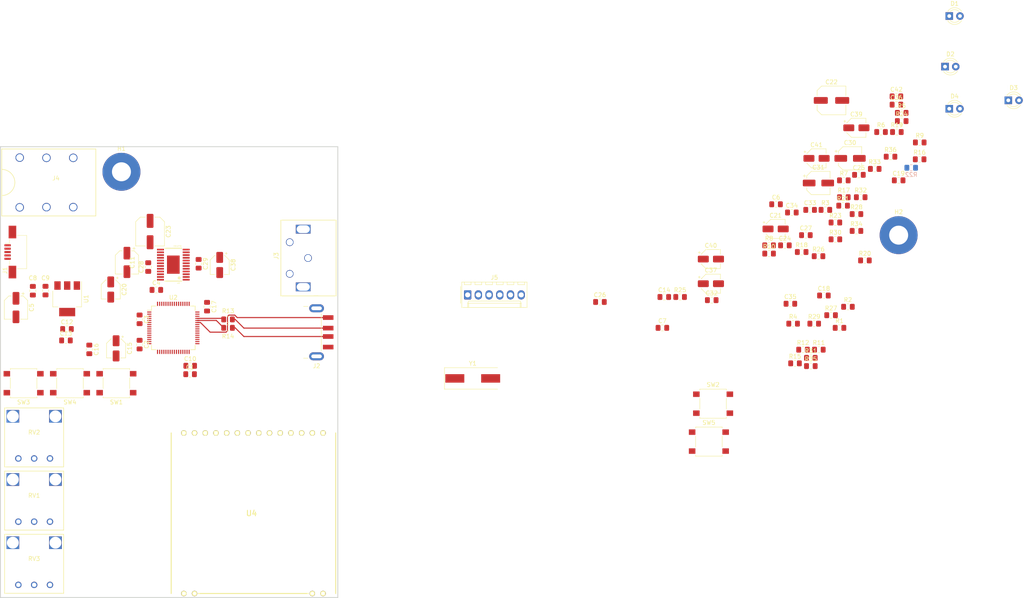
<source format=kicad_pcb>
(kicad_pcb (version 20171130) (host pcbnew "(5.0.2)-1")
  (layers (0 F.Cu signal) (31 B.Cu signal) (34 B.Paste user) (35 F.Paste user) (36 B.SilkS user) (37 F.SilkS user) (38 B.Mask user) (39 F.Mask user) (44 Edge.Cuts user))
  (net 0 "")
  (net 1 GNDD)
  (net 2 +3V3)
  (net 3 GNDA)
  (net 4 +5V)
  (net 5 "Net-(C6-Pad2)")
  (net 6 "Net-(C7-Pad2)")
  (net 7 "Net-(C10-Pad1)")
  (net 8 "Net-(C18-Pad1)")
  (net 9 /Button5)
  (net 10 /OUTR)
  (net 11 "Net-(C20-Pad2)")
  (net 12 "Net-(C21-Pad2)")
  (net 13 /OUTL)
  (net 14 "Net-(C22-Pad2)")
  (net 15 "Net-(C23-Pad1)")
  (net 16 /INR)
  (net 17 /INL)
  (net 18 "Net-(C30-Pad2)")
  (net 19 "Net-(C31-Pad2)")
  (net 20 "Net-(C32-Pad2)")
  (net 21 /Button4)
  (net 22 /Button1)
  (net 23 /Button2)
  (net 24 "Net-(C39-Pad2)")
  (net 25 "Net-(C39-Pad1)")
  (net 26 "Net-(C40-Pad1)")
  (net 27 "Net-(C40-Pad2)")
  (net 28 "Net-(C41-Pad1)")
  (net 29 /Button3)
  (net 30 "Net-(D1-Pad2)")
  (net 31 "Net-(D2-Pad2)")
  (net 32 "Net-(D3-Pad2)")
  (net 33 "Net-(D4-Pad2)")
  (net 34 "Net-(J1-Pad4)")
  (net 35 "Net-(J1-Pad3)")
  (net 36 "Net-(J1-Pad2)")
  (net 37 "Net-(J2-Pad2)")
  (net 38 "Net-(J2-Pad3)")
  (net 39 /USB_ID)
  (net 40 "Net-(J4-Pad2)")
  (net 41 "Net-(J4-Pad1)")
  (net 42 /SWO)
  (net 43 /NRST)
  (net 44 /SWDIO)
  (net 45 /SWCLK)
  (net 46 "Net-(R2-Pad1)")
  (net 47 GND)
  (net 48 "Net-(R3-Pad2)")
  (net 49 /USB_DM)
  (net 50 /USB_DP)
  (net 51 /CODEC_SPI_SCK)
  (net 52 /CODEC_SPI_MISO)
  (net 53 "Net-(R17-Pad2)")
  (net 54 /LED1)
  (net 55 /LED2)
  (net 56 /LED3)
  (net 57 /LED4)
  (net 58 "Net-(R22-Pad1)")
  (net 59 "Net-(R24-Pad1)")
  (net 60 "Net-(R26-Pad1)")
  (net 61 /I2S_SDOUT)
  (net 62 /SPI_MOSI)
  (net 63 /SPI_MISO)
  (net 64 "Net-(R33-Pad2)")
  (net 65 "Net-(R34-Pad1)")
  (net 66 /POT3)
  (net 67 /POT2)
  (net 68 /POT1)
  (net 69 "Net-(U2-Pad2)")
  (net 70 "Net-(U2-Pad3)")
  (net 71 "Net-(U2-Pad4)")
  (net 72 "Net-(U2-Pad11)")
  (net 73 "Net-(U2-Pad17)")
  (net 74 /CODEC_CS)
  (net 75 /CODEC_SPI_MOSI)
  (net 76 "Net-(U2-Pad24)")
  (net 77 "Net-(U2-Pad25)")
  (net 78 /I2S_LRCK)
  (net 79 /I2S_SCLK)
  (net 80 /I2S_SDIN)
  (net 81 /I2S_MCLK)
  (net 82 "Net-(U2-Pad38)")
  (net 83 "Net-(U2-Pad39)")
  (net 84 "Net-(U2-Pad40)")
  (net 85 "Net-(U2-Pad41)")
  (net 86 /LCD_CS)
  (net 87 /LCD_SPI_SCK)
  (net 88 /LCD_SPI_MISO)
  (net 89 /LCD_SPI_MOSI)
  (net 90 "Net-(U2-Pad54)")
  (net 91 "Net-(U2-Pad61)")
  (net 92 "Net-(U2-Pad62)")
  (net 93 "Net-(U4-Pad1)")
  (net 94 "Net-(U4-Pad2)")
  (net 95 "Net-(U4-Pad14)")
  (net 96 "Net-(U4-Pad13)")
  (net 97 /SPI_SCK)
  (net 98 "Net-(U3-Pad24)")
  (net 99 "Net-(U3-Pad21)")
  (module Capacitor_SMD:C_0805_2012Metric_Pad1.15x1.40mm_HandSolder (layer F.Cu) (at 155.975 109)
    (fp_text reference C1 (at 0 -1.65) (layer F.SilkS))
    (fp_text value 100n)
    (pad 2 smd roundrect (at 1.025 0) (size 1.15 1.4) (layers F.Cu F.Paste F.Mask) (roundrect_rratio 0.217391) (net 1 GNDD))
    (pad 1 smd roundrect (at -1.025 0) (size 1.15 1.4) (layers F.Cu F.Paste F.Mask) (roundrect_rratio 0.217391) (net 2 +3V3))
  )
  (module Capacitor_SMD:C_0805_2012Metric_Pad1.15x1.40mm_HandSolder (layer F.Cu) (at 144 101.975 270)
    (fp_text reference C2 (at 0 -1.65 270) (layer F.SilkS))
    (fp_text value 100n)
    (pad 1 smd roundrect (at -1.025 0 270) (size 1.15 1.4) (layers F.Cu F.Paste F.Mask) (roundrect_rratio 0.217391) (net 2 +3V3))
    (pad 2 smd roundrect (at 1.025 0 270) (size 1.15 1.4) (layers F.Cu F.Paste F.Mask) (roundrect_rratio 0.217391) (net 1 GNDD))
  )
  (module Capacitor_SMD:C_0805_2012Metric_Pad1.15x1.40mm_HandSolder (layer F.Cu) (at 144 95.975 270)
    (fp_text reference C3 (at 0 -1.65 270) (layer F.SilkS))
    (fp_text value 100n)
    (pad 2 smd roundrect (at 1.025 0 270) (size 1.15 1.4) (layers F.Cu F.Paste F.Mask) (roundrect_rratio 0.217391) (net 1 GNDD))
    (pad 1 smd roundrect (at -1.025 0 270) (size 1.15 1.4) (layers F.Cu F.Paste F.Mask) (roundrect_rratio 0.217391) (net 2 +3V3))
  )
  (module Capacitor_SMD:C_0805_2012Metric_Pad1.15x1.40mm_HandSolder (layer F.Cu) (at 147.975 89)
    (fp_text reference C4 (at 0 -1.65) (layer F.SilkS))
    (fp_text value 100n)
    (pad 1 smd roundrect (at -1.025 0) (size 1.15 1.4) (layers F.Cu F.Paste F.Mask) (roundrect_rratio 0.217391) (net 2 +3V3))
    (pad 2 smd roundrect (at 1.025 0) (size 1.15 1.4) (layers F.Cu F.Paste F.Mask) (roundrect_rratio 0.217391) (net 1 GNDD))
  )
  (module Capacitor_SMD:CP_Elec_5x5.9 (layer F.Cu) (at 114.69 93.19 270)
    (fp_text reference C5 (at 0 -3.7 270) (layer F.SilkS))
    (fp_text value 10u)
    (pad 2 smd roundrect (at 2.2 0 270) (size 3 1.6) (layers F.Cu F.Paste F.Mask) (roundrect_rratio 0.15625) (net 3 GNDA))
    (pad 1 smd roundrect (at -2.2 0 270) (size 3 1.6) (layers F.Cu F.Paste F.Mask) (roundrect_rratio 0.15625) (net 4 +5V))
  )
  (module Capacitor_SMD:C_0805_2012Metric_Pad1.15x1.40mm_HandSolder (layer F.Cu) (at 294.925001 68.675001)
    (fp_text reference C6 (at 0 -1.65) (layer F.SilkS))
    (fp_text value 18p)
    (pad 2 smd roundrect (at 1.025 0) (size 1.15 1.4) (layers F.Cu F.Paste F.Mask) (roundrect_rratio 0.217391) (net 5 "Net-(C6-Pad2)"))
    (pad 1 smd roundrect (at -1.025 0) (size 1.15 1.4) (layers F.Cu F.Paste F.Mask) (roundrect_rratio 0.217391) (net 3 GNDA))
  )
  (module Capacitor_SMD:C_0805_2012Metric_Pad1.15x1.40mm_HandSolder (layer F.Cu) (at 267.975 98)
    (fp_text reference C7 (at 0 -1.65) (layer F.SilkS))
    (fp_text value 18p)
    (pad 2 smd roundrect (at 1.025 0) (size 1.15 1.4) (layers F.Cu F.Paste F.Mask) (roundrect_rratio 0.217391) (net 6 "Net-(C7-Pad2)"))
    (pad 1 smd roundrect (at -1.025 0) (size 1.15 1.4) (layers F.Cu F.Paste F.Mask) (roundrect_rratio 0.217391) (net 3 GNDA))
  )
  (module Capacitor_SMD:C_0805_2012Metric_Pad1.15x1.40mm_HandSolder (layer F.Cu) (at 118.69 89.19 270)
    (fp_text reference C8 (at -3 0) (layer F.SilkS))
    (fp_text value 100n)
    (pad 2 smd roundrect (at 1.025 0 270) (size 1.15 1.4) (layers F.Cu F.Paste F.Mask) (roundrect_rratio 0.217391) (net 3 GNDA))
    (pad 1 smd roundrect (at -1.025 0 270) (size 1.15 1.4) (layers F.Cu F.Paste F.Mask) (roundrect_rratio 0.217391) (net 4 +5V))
  )
  (module Capacitor_SMD:C_0805_2012Metric_Pad1.15x1.40mm_HandSolder (layer F.Cu) (at 121.69 89.165 270)
    (fp_text reference C9 (at -2.975 0) (layer F.SilkS))
    (fp_text value 100n)
    (pad 1 smd roundrect (at -1.025 0 270) (size 1.15 1.4) (layers F.Cu F.Paste F.Mask) (roundrect_rratio 0.217391) (net 4 +5V))
    (pad 2 smd roundrect (at 1.025 0 270) (size 1.15 1.4) (layers F.Cu F.Paste F.Mask) (roundrect_rratio 0.217391) (net 3 GNDA))
  )
  (module Capacitor_SMD:C_0805_2012Metric_Pad1.15x1.40mm_HandSolder (layer F.Cu) (at 156 107)
    (fp_text reference C10 (at 0 -1.65) (layer F.SilkS))
    (fp_text value 100n)
    (pad 1 smd roundrect (at -1.025 0) (size 1.15 1.4) (layers F.Cu F.Paste F.Mask) (roundrect_rratio 0.217391) (net 7 "Net-(C10-Pad1)"))
    (pad 2 smd roundrect (at 1.025 0) (size 1.15 1.4) (layers F.Cu F.Paste F.Mask) (roundrect_rratio 0.217391) (net 1 GNDD))
  )
  (module Capacitor_SMD:CP_Elec_5x5.9 (layer F.Cu) (at 141 82.47 270)
    (fp_text reference C11 (at 0 -1.27 270) (layer F.SilkS))
    (fp_text value 10u)
    (pad 1 smd roundrect (at -2.2 0 270) (size 3 1.6) (layers F.Cu F.Paste F.Mask) (roundrect_rratio 0.15625) (net 2 +3V3))
    (pad 2 smd roundrect (at 2.2 0 270) (size 3 1.6) (layers F.Cu F.Paste F.Mask) (roundrect_rratio 0.15625) (net 3 GNDA))
  )
  (module Capacitor_SMD:C_0805_2012Metric_Pad1.15x1.40mm_HandSolder (layer F.Cu) (at 126.785 98.28)
    (fp_text reference C12 (at 0 -1.65) (layer F.SilkS))
    (fp_text value 100n)
    (pad 2 smd roundrect (at 1.025 0) (size 1.15 1.4) (layers F.Cu F.Paste F.Mask) (roundrect_rratio 0.217391) (net 3 GNDA))
    (pad 1 smd roundrect (at -1.025 0) (size 1.15 1.4) (layers F.Cu F.Paste F.Mask) (roundrect_rratio 0.217391) (net 2 +3V3))
  )
  (module Capacitor_SMD:C_0805_2012Metric_Pad1.15x1.40mm_HandSolder (layer F.Cu) (at 126.54 100.99)
    (fp_text reference C13 (at 0 -1.65) (layer F.SilkS))
    (fp_text value 100n)
    (pad 2 smd roundrect (at 1.025 0) (size 1.15 1.4) (layers F.Cu F.Paste F.Mask) (roundrect_rratio 0.217391) (net 3 GNDA))
    (pad 1 smd roundrect (at -1.025 0) (size 1.15 1.4) (layers F.Cu F.Paste F.Mask) (roundrect_rratio 0.217391) (net 2 +3V3))
  )
  (module Capacitor_SMD:C_0805_2012Metric_Pad1.15x1.40mm_HandSolder (layer F.Cu) (at 268.425001 90.675001)
    (fp_text reference C14 (at 0 -1.65) (layer F.SilkS))
    (fp_text value 100n)
    (pad 1 smd roundrect (at -1.025 0) (size 1.15 1.4) (layers F.Cu F.Paste F.Mask) (roundrect_rratio 0.217391) (net 2 +3V3))
    (pad 2 smd roundrect (at 1.025 0) (size 1.15 1.4) (layers F.Cu F.Paste F.Mask) (roundrect_rratio 0.217391) (net 1 GNDD))
  )
  (module Capacitor_SMD:C_0805_2012Metric_Pad1.15x1.40mm_HandSolder (layer F.Cu) (at 132.08 103.115 270)
    (fp_text reference C16 (at 0 -1.65 270) (layer F.SilkS))
    (fp_text value 100n)
    (pad 2 smd roundrect (at 1.025 0 270) (size 1.15 1.4) (layers F.Cu F.Paste F.Mask) (roundrect_rratio 0.217391) (net 3 GNDA))
    (pad 1 smd roundrect (at -1.025 0 270) (size 1.15 1.4) (layers F.Cu F.Paste F.Mask) (roundrect_rratio 0.217391) (net 2 +3V3))
  )
  (module Capacitor_SMD:C_0805_2012Metric_Pad1.15x1.40mm_HandSolder (layer F.Cu) (at 160 92.975 270)
    (fp_text reference C17 (at 0 -1.65 270) (layer F.SilkS))
    (fp_text value 4.7u)
    (pad 1 smd roundrect (at -1.025 0 270) (size 1.15 1.4) (layers F.Cu F.Paste F.Mask) (roundrect_rratio 0.217391) (net 2 +3V3))
    (pad 2 smd roundrect (at 1.025 0 270) (size 1.15 1.4) (layers F.Cu F.Paste F.Mask) (roundrect_rratio 0.217391) (net 1 GNDD))
  )
  (module Capacitor_SMD:C_0805_2012Metric_Pad1.15x1.40mm_HandSolder (layer F.Cu) (at 306.275001 90.325001)
    (fp_text reference C18 (at 0 -1.65) (layer F.SilkS))
    (fp_text value 2700p)
    (pad 1 smd roundrect (at -1.025 0) (size 1.15 1.4) (layers F.Cu F.Paste F.Mask) (roundrect_rratio 0.217391) (net 8 "Net-(C18-Pad1)"))
    (pad 2 smd roundrect (at 1.025 0) (size 1.15 1.4) (layers F.Cu F.Paste F.Mask) (roundrect_rratio 0.217391) (net 3 GNDA))
  )
  (module Capacitor_SMD:C_0805_2012Metric_Pad1.15x1.40mm_HandSolder (layer F.Cu) (at 324 63)
    (fp_text reference C19 (at 0 -1.65) (layer F.SilkS))
    (fp_text value 0.1u)
    (pad 2 smd roundrect (at 1.025 0) (size 1.15 1.4) (layers F.Cu F.Paste F.Mask) (roundrect_rratio 0.217391) (net 1 GNDD))
    (pad 1 smd roundrect (at -1.025 0) (size 1.15 1.4) (layers F.Cu F.Paste F.Mask) (roundrect_rratio 0.217391) (net 9 /Button5))
  )
  (module Capacitor_SMD:C_Elec_6.3x7.7 (layer F.Cu) (at 308.075001 44.025001)
    (fp_text reference C22 (at 0 -4.35) (layer F.SilkS))
    (fp_text value 47u)
    (pad 1 smd roundrect (at -2.5375 0) (size 3.325 1.6) (layers F.Cu F.Paste F.Mask) (roundrect_rratio 0.15625) (net 3 GNDA))
    (pad 2 smd roundrect (at 2.5375 0) (size 3.325 1.6) (layers F.Cu F.Paste F.Mask) (roundrect_rratio 0.15625) (net 14 "Net-(C22-Pad2)"))
  )
  (module Capacitor_SMD:C_Elec_6.3x7.7 (layer F.Cu) (at 146.49 75.15 270)
    (fp_text reference C23 (at 0 -4.35 270) (layer F.SilkS))
    (fp_text value 47u)
    (pad 2 smd roundrect (at 2.5375 0 270) (size 3.325 1.6) (layers F.Cu F.Paste F.Mask) (roundrect_rratio 0.15625) (net 3 GNDA))
    (pad 1 smd roundrect (at -2.5375 0 270) (size 3.325 1.6) (layers F.Cu F.Paste F.Mask) (roundrect_rratio 0.15625) (net 15 "Net-(C23-Pad1)"))
  )
  (module Capacitor_SMD:C_0805_2012Metric_Pad1.15x1.40mm_HandSolder (layer F.Cu) (at 297.025001 78.425001)
    (fp_text reference C24 (at 0 -1.65) (layer F.SilkS))
    (fp_text value 0.1u)
    (pad 2 smd roundrect (at 1.025 0) (size 1.15 1.4) (layers F.Cu F.Paste F.Mask) (roundrect_rratio 0.217391) (net 3 GNDA))
    (pad 1 smd roundrect (at -1.025 0) (size 1.15 1.4) (layers F.Cu F.Paste F.Mask) (roundrect_rratio 0.217391) (net 14 "Net-(C22-Pad2)"))
  )
  (module Capacitor_SMD:C_0805_2012Metric_Pad1.15x1.40mm_HandSolder (layer F.Cu) (at 314.575001 61.675001)
    (fp_text reference C25 (at 0 -1.65) (layer F.SilkS))
    (fp_text value 0.1u)
    (pad 2 smd roundrect (at 1.025 0) (size 1.15 1.4) (layers F.Cu F.Paste F.Mask) (roundrect_rratio 0.217391) (net 15 "Net-(C23-Pad1)"))
    (pad 1 smd roundrect (at -1.025 0) (size 1.15 1.4) (layers F.Cu F.Paste F.Mask) (roundrect_rratio 0.217391) (net 3 GNDA))
  )
  (module Capacitor_SMD:C_0805_2012Metric_Pad1.15x1.40mm_HandSolder (layer F.Cu) (at 253.165001 91.855001)
    (fp_text reference C26 (at 0 -1.65) (layer F.SilkS))
    (fp_text value 200p)
    (pad 1 smd roundrect (at -1.025 0) (size 1.15 1.4) (layers F.Cu F.Paste F.Mask) (roundrect_rratio 0.217391) (net 16 /INR))
    (pad 2 smd roundrect (at 1.025 0) (size 1.15 1.4) (layers F.Cu F.Paste F.Mask) (roundrect_rratio 0.217391) (net 3 GNDA))
  )
  (module Capacitor_SMD:C_0805_2012Metric_Pad1.15x1.40mm_HandSolder (layer F.Cu) (at 302 76)
    (fp_text reference C27 (at 0 -1.65) (layer F.SilkS))
    (fp_text value 200p)
    (pad 1 smd roundrect (at -1.025 0) (size 1.15 1.4) (layers F.Cu F.Paste F.Mask) (roundrect_rratio 0.217391) (net 17 /INL))
    (pad 2 smd roundrect (at 1.025 0) (size 1.15 1.4) (layers F.Cu F.Paste F.Mask) (roundrect_rratio 0.217391) (net 3 GNDA))
  )
  (module Capacitor_SMD:CP_Elec_5x5.9 (layer F.Cu) (at 312.475001 57.775001)
    (fp_text reference C30 (at 0 -3.7) (layer F.SilkS))
    (fp_text value 10u)
    (pad 1 smd roundrect (at -2.2 0) (size 3 1.6) (layers F.Cu F.Paste F.Mask) (roundrect_rratio 0.15625) (net 16 /INR))
    (pad 2 smd roundrect (at 2.2 0) (size 3 1.6) (layers F.Cu F.Paste F.Mask) (roundrect_rratio 0.15625) (net 18 "Net-(C30-Pad2)"))
  )
  (module Capacitor_SMD:CP_Elec_5x5.9 (layer F.Cu) (at 304.975001 63.625001)
    (fp_text reference C31 (at 0 -3.7) (layer F.SilkS))
    (fp_text value 10u)
    (pad 2 smd roundrect (at 2.2 0) (size 3 1.6) (layers F.Cu F.Paste F.Mask) (roundrect_rratio 0.15625) (net 19 "Net-(C31-Pad2)"))
    (pad 1 smd roundrect (at -2.2 0) (size 3 1.6) (layers F.Cu F.Paste F.Mask) (roundrect_rratio 0.15625) (net 17 /INL))
  )
  (module Capacitor_SMD:C_0805_2012Metric_Pad1.15x1.40mm_HandSolder (layer F.Cu) (at 279.675001 91.425001)
    (fp_text reference C32 (at 0 -1.65) (layer F.SilkS))
    (fp_text value 2700p)
    (pad 1 smd roundrect (at -1.025 0) (size 1.15 1.4) (layers F.Cu F.Paste F.Mask) (roundrect_rratio 0.217391) (net 3 GNDA))
    (pad 2 smd roundrect (at 1.025 0) (size 1.15 1.4) (layers F.Cu F.Paste F.Mask) (roundrect_rratio 0.217391) (net 20 "Net-(C32-Pad2)"))
  )
  (module Capacitor_SMD:C_0805_2012Metric_Pad1.15x1.40mm_HandSolder (layer F.Cu) (at 303 70)
    (fp_text reference C33 (at 0 -1.65) (layer F.SilkS))
    (fp_text value 0.1u)
    (pad 1 smd roundrect (at -1.025 0) (size 1.15 1.4) (layers F.Cu F.Paste F.Mask) (roundrect_rratio 0.217391) (net 21 /Button4))
    (pad 2 smd roundrect (at 1.025 0) (size 1.15 1.4) (layers F.Cu F.Paste F.Mask) (roundrect_rratio 0.217391) (net 1 GNDD))
  )
  (module Capacitor_SMD:C_0805_2012Metric_Pad1.15x1.40mm_HandSolder (layer F.Cu) (at 298.675001 70.625001)
    (fp_text reference C34 (at 0 -1.65) (layer F.SilkS))
    (fp_text value 0.1u)
    (pad 1 smd roundrect (at -1.025 0) (size 1.15 1.4) (layers F.Cu F.Paste F.Mask) (roundrect_rratio 0.217391) (net 2 +3V3))
    (pad 2 smd roundrect (at 1.025 0) (size 1.15 1.4) (layers F.Cu F.Paste F.Mask) (roundrect_rratio 0.217391) (net 1 GNDD))
  )
  (module Capacitor_SMD:C_0805_2012Metric_Pad1.15x1.40mm_HandSolder (layer F.Cu) (at 298.325001 92.275001)
    (fp_text reference C35 (at 0 -1.65) (layer F.SilkS))
    (fp_text value 0.1u)
    (pad 2 smd roundrect (at 1.025 0) (size 1.15 1.4) (layers F.Cu F.Paste F.Mask) (roundrect_rratio 0.217391) (net 1 GNDD))
    (pad 1 smd roundrect (at -1.025 0) (size 1.15 1.4) (layers F.Cu F.Paste F.Mask) (roundrect_rratio 0.217391) (net 22 /Button1))
  )
  (module Capacitor_SMD:C_0805_2012Metric_Pad1.15x1.40mm_HandSolder (layer F.Cu) (at 323.475001 45.025001)
    (fp_text reference C36 (at 0 -1.65) (layer F.SilkS))
    (fp_text value 0.1u)
    (pad 1 smd roundrect (at -1.025 0) (size 1.15 1.4) (layers F.Cu F.Paste F.Mask) (roundrect_rratio 0.217391) (net 23 /Button2))
    (pad 2 smd roundrect (at 1.025 0) (size 1.15 1.4) (layers F.Cu F.Paste F.Mask) (roundrect_rratio 0.217391) (net 1 GNDD))
  )
  (module Capacitor_SMD:C_0805_2012Metric_Pad1.15x1.40mm_HandSolder (layer F.Cu) (at 323.475001 43.075001)
    (fp_text reference C42 (at 0 -1.65) (layer F.SilkS))
    (fp_text value 0.1u)
    (pad 2 smd roundrect (at 1.025 0) (size 1.15 1.4) (layers F.Cu F.Paste F.Mask) (roundrect_rratio 0.217391) (net 1 GNDD))
    (pad 1 smd roundrect (at -1.025 0) (size 1.15 1.4) (layers F.Cu F.Paste F.Mask) (roundrect_rratio 0.217391) (net 29 /Button3))
  )
  (module LED_THT:LED_D3.0mm (layer F.Cu) (at 336 24)
    (fp_text reference D1 (at 1.27 -2.96) (layer F.SilkS))
    (fp_text value LED)
    (pad 2 thru_hole circle (at 2.54 0) (size 1.8 1.8) (drill 0.9) (layers *.Cu *.Mask) (net 30 "Net-(D1-Pad2)"))
    (pad 1 thru_hole rect (at 0 0) (size 1.8 1.8) (drill 0.9) (layers *.Cu *.Mask) (net 3 GNDA))
  )
  (module LED_THT:LED_D3.0mm (layer F.Cu) (at 335 36)
    (fp_text reference D2 (at 1.27 -2.96) (layer F.SilkS))
    (fp_text value LED)
    (pad 1 thru_hole rect (at 0 0) (size 1.8 1.8) (drill 0.9) (layers *.Cu *.Mask) (net 3 GNDA))
    (pad 2 thru_hole circle (at 2.54 0) (size 1.8 1.8) (drill 0.9) (layers *.Cu *.Mask) (net 31 "Net-(D2-Pad2)"))
  )
  (module LED_THT:LED_D3.0mm (layer F.Cu) (at 350 44)
    (fp_text reference D3 (at 1.27 -2.96) (layer F.SilkS))
    (fp_text value LED)
    (pad 2 thru_hole circle (at 2.54 0) (size 1.8 1.8) (drill 0.9) (layers *.Cu *.Mask) (net 32 "Net-(D3-Pad2)"))
    (pad 1 thru_hole rect (at 0 0) (size 1.8 1.8) (drill 0.9) (layers *.Cu *.Mask) (net 3 GNDA))
  )
  (module LED_THT:LED_D3.0mm (layer F.Cu) (at 336 46)
    (fp_text reference D4 (at 1.27 -2.96) (layer F.SilkS))
    (fp_text value LED)
    (pad 1 thru_hole rect (at 0 0) (size 1.8 1.8) (drill 0.9) (layers *.Cu *.Mask) (net 3 GNDA))
    (pad 2 thru_hole circle (at 2.54 0) (size 1.8 1.8) (drill 0.9) (layers *.Cu *.Mask) (net 33 "Net-(D4-Pad2)"))
  )
  (module MountingHole:MountingHole_4.5mm_Pad (layer F.Cu) (at 139.7 60.96)
    (fp_text reference H1 (at 0 -5.5) (layer F.SilkS))
    (fp_text value MountingHole_Pad)
    (pad 1 thru_hole circle (at 0 0) (size 9 9) (drill 4.5) (layers *.Cu *.Mask) (net 4 +5V))
  )
  (module MountingHole:MountingHole_4.5mm_Pad (layer F.Cu) (at 324 76)
    (fp_text reference H2 (at 0 -5.5) (layer F.SilkS))
    (fp_text value MountingHole_Pad)
    (pad 1 thru_hole circle (at 0 0) (size 9 9) (drill 4.5) (layers *.Cu *.Mask) (net 1 GNDD))
  )
  (module Connector_USB:USB_Mini-B_AdamTech_MUSB-B5-S-VT-TSMT-1_SMD_Vertical (layer F.Cu) (at 114.3 80.01)
    (fp_text reference J1 (at -2.18 4.39 90) (layer F.SilkS))
    (fp_text value USB_OTG)
    (pad "" np_thru_hole circle (at 1.85 3 90) (size 1 1) (drill 1) (layers *.Cu *.Mask))
    (pad "" np_thru_hole circle (at 1.85 -3 90) (size 1 1) (drill 1) (layers *.Cu *.Mask))
    (pad 5 smd rect (at -1.6 1.6 90) (size 0.5 1.5) (layers F.Cu F.Paste F.Mask) (net 3 GNDA))
    (pad 4 smd rect (at -1.6 0.8 90) (size 0.5 1.5) (layers F.Cu F.Paste F.Mask) (net 34 "Net-(J1-Pad4)"))
    (pad 3 smd rect (at -1.6 0 90) (size 0.5 1.5) (layers F.Cu F.Paste F.Mask) (net 35 "Net-(J1-Pad3)"))
    (pad 2 smd rect (at -1.6 -0.8 90) (size 0.5 1.5) (layers F.Cu F.Paste F.Mask) (net 36 "Net-(J1-Pad2)"))
    (pad 1 smd rect (at -1.6 -1.6 90) (size 0.5 1.5) (layers F.Cu F.Paste F.Mask) (net 4 +5V))
    (pad 6 smd rect (at -0.45 4.75 90) (size 3 1.8) (layers F.Cu F.Paste F.Mask) (net 3 GNDA))
    (pad 6 smd rect (at -0.45 -4.75 90) (size 3 1.8) (layers F.Cu F.Paste F.Mask) (net 3 GNDA))
  )
  (module Lab1:USB_A_remade (layer F.Cu) (at 179.07 99.06 180)
    (fp_text reference J2 (at -6.9 -8 180) (layer F.SilkS))
    (fp_text value USB_B_Micro)
    (pad 2 smd rect (at -9.65 -1 180) (size 2.5 1.1) (layers F.Cu F.Paste F.Mask) (net 37 "Net-(J2-Pad2)"))
    (pad 3 smd rect (at -9.65 1 180) (size 2.5 1.1) (layers F.Cu F.Paste F.Mask) (net 38 "Net-(J2-Pad3)"))
    (pad 1 smd rect (at -9.65 -3.5 180) (size 2.5 1.1) (layers F.Cu F.Paste F.Mask) (net 4 +5V))
    (pad 4 smd rect (at -9.65 3.5 180) (size 2.5 1.1) (layers F.Cu F.Paste F.Mask) (net 39 /USB_ID))
    (pad 6 thru_hole oval (at -6.9 -5.7 180) (size 3.5 1.9) (drill oval 2.5 0.9) (layers *.Cu *.Mask) (net 3 GNDA))
    (pad 5 thru_hole oval (at -6.9 5.7 180) (size 3.5 1.9) (drill oval 2.5 0.9) (layers *.Cu *.Mask) (net 3 GNDA))
    (pad "" np_thru_hole circle (at -6.9 -2.25 180) (size 1.1 1.1) (drill 1.1) (layers *.Cu *.Mask))
    (pad "" np_thru_hole circle (at -6.9 2.25 180) (size 1.1 1.1) (drill 1.1) (layers *.Cu *.Mask))
  )
  (module Lab1:RCA (layer F.Cu) (at 179.6 81.43 90)
    (fp_text reference J3 (at 0.5 -3.2 90) (layer F.SilkS))
    (fp_text value Conn_01x03_Female)
    (pad 3 thru_hole circle (at 3.75 0 90) (size 1.8 1.8) (drill 1.5) (layers *.Cu *.Mask) (net 8 "Net-(C18-Pad1)"))
    (pad 2 thru_hole circle (at -3.75 0 90) (size 1.8 1.8) (drill 1.5) (layers *.Cu *.Mask) (net 20 "Net-(C32-Pad2)"))
    (pad 1 thru_hole circle (at 0 4.35 90) (size 1.8 1.8) (drill 1.5) (layers *.Cu *.Mask) (net 3 GNDA))
    (pad "" np_thru_hole rect (at -6.85 3.2 90) (size 2.1 3.5) (drill oval 1.8 3.1) (layers *.Cu *.Mask))
    (pad "" np_thru_hole rect (at 6.85 3.2 90) (size 2.1 3.5) (drill oval 1.8 3.1) (layers *.Cu *.Mask))
  )
  (module Lab1:6.35_stero_jack_socket (layer F.Cu) (at 121.92 63.5 90)
    (fp_text reference J4 (at 1 2.25 -180) (layer F.SilkS))
    (fp_text value Conn_01x06_Female)
    (pad 2 thru_hole circle (at -5.85 0 90) (size 2 2) (drill 1.6) (layers *.Cu *.Mask) (net 40 "Net-(J4-Pad2)"))
    (pad 5 thru_hole circle (at 5.85 0 90) (size 2 2) (drill 1.6) (layers *.Cu *.Mask) (net 40 "Net-(J4-Pad2)"))
    (pad 3 thru_hole circle (at -5.85 6.35 90) (size 2 2) (drill 1.6) (layers *.Cu *.Mask) (net 3 GNDA))
    (pad 6 thru_hole circle (at 5.85 6.35 90) (size 2 2) (drill 1.6) (layers *.Cu *.Mask) (net 3 GNDA))
    (pad 1 thru_hole circle (at -5.9 -6.35 90) (size 2 2) (drill 1.6) (layers *.Cu *.Mask) (net 41 "Net-(J4-Pad1)"))
    (pad 4 thru_hole circle (at 5.9 -6.35 90) (size 2 2) (drill 1.6) (layers *.Cu *.Mask) (net 41 "Net-(J4-Pad1)"))
  )
  (module Connector_Molex:Molex_KK-254_AE-6410-06A_1x06_P2.54mm_Vertical (layer F.Cu) (at 221.795001 90.175001)
    (fp_text reference J5 (at 6.35 -4.12) (layer F.SilkS))
    (fp_text value Conn_01x06_Female)
    (pad 1 thru_hole roundrect (at 0 0) (size 1.74 2.2) (drill 1.2) (layers *.Cu *.Mask) (roundrect_rratio 0.143678) (net 42 /SWO))
    (pad 2 thru_hole oval (at 2.54 0) (size 1.74 2.2) (drill 1.2) (layers *.Cu *.Mask) (net 43 /NRST))
    (pad 3 thru_hole oval (at 5.08 0) (size 1.74 2.2) (drill 1.2) (layers *.Cu *.Mask) (net 44 /SWDIO))
    (pad 4 thru_hole oval (at 7.62 0) (size 1.74 2.2) (drill 1.2) (layers *.Cu *.Mask) (net 1 GNDD))
    (pad 5 thru_hole oval (at 10.16 0) (size 1.74 2.2) (drill 1.2) (layers *.Cu *.Mask) (net 45 /SWCLK))
    (pad 6 thru_hole oval (at 12.7 0) (size 1.74 2.2) (drill 1.2) (layers *.Cu *.Mask) (net 2 +3V3))
  )
  (module Resistor_SMD:R_0805_2012Metric_Pad1.15x1.40mm_HandSolder (layer F.Cu) (at 309.975 98)
    (fp_text reference R1 (at 0 -1.65) (layer F.SilkS))
    (fp_text value 10K)
    (pad 2 smd roundrect (at 1.025 0) (size 1.15 1.4) (layers F.Cu F.Paste F.Mask) (roundrect_rratio 0.217391) (net 2 +3V3))
    (pad 1 smd roundrect (at -1.025 0) (size 1.15 1.4) (layers F.Cu F.Paste F.Mask) (roundrect_rratio 0.217391) (net 43 /NRST))
  )
  (module Resistor_SMD:R_0805_2012Metric_Pad1.15x1.40mm_HandSolder (layer F.Cu) (at 311.975 93)
    (fp_text reference R2 (at 0 -1.65) (layer F.SilkS))
    (fp_text value 10K)
    (pad 1 smd roundrect (at -1.025 0) (size 1.15 1.4) (layers F.Cu F.Paste F.Mask) (roundrect_rratio 0.217391) (net 46 "Net-(R2-Pad1)"))
    (pad 2 smd roundrect (at 1.025 0) (size 1.15 1.4) (layers F.Cu F.Paste F.Mask) (roundrect_rratio 0.217391) (net 47 GND))
  )
  (module Resistor_SMD:R_0805_2012Metric_Pad1.15x1.40mm_HandSolder (layer F.Cu) (at 306.625001 70)
    (fp_text reference R3 (at 0 -1.65) (layer F.SilkS))
    (fp_text value 1.8k)
    (pad 1 smd roundrect (at -1.025 0) (size 1.15 1.4) (layers F.Cu F.Paste F.Mask) (roundrect_rratio 0.217391) (net 2 +3V3))
    (pad 2 smd roundrect (at 1.025 0) (size 1.15 1.4) (layers F.Cu F.Paste F.Mask) (roundrect_rratio 0.217391) (net 48 "Net-(R3-Pad2)"))
  )
  (module Resistor_SMD:R_0805_2012Metric_Pad1.15x1.40mm_HandSolder (layer F.Cu) (at 298.975 97)
    (fp_text reference R4 (at 0 -1.65) (layer F.SilkS))
    (fp_text value 3.3k)
    (pad 2 smd roundrect (at 1.025 0) (size 1.15 1.4) (layers F.Cu F.Paste F.Mask) (roundrect_rratio 0.217391) (net 3 GNDA))
    (pad 1 smd roundrect (at -1.025 0) (size 1.15 1.4) (layers F.Cu F.Paste F.Mask) (roundrect_rratio 0.217391) (net 2 +3V3))
  )
  (module Resistor_SMD:R_0805_2012Metric_Pad1.15x1.40mm_HandSolder (layer F.Cu) (at 324.725001 46.975001)
    (fp_text reference R5 (at 0 -1.65) (layer F.SilkS))
    (fp_text value 470)
    (pad 1 smd roundrect (at -1.025 0) (size 1.15 1.4) (layers F.Cu F.Paste F.Mask) (roundrect_rratio 0.217391) (net 8 "Net-(C18-Pad1)"))
    (pad 2 smd roundrect (at 1.025 0) (size 1.15 1.4) (layers F.Cu F.Paste F.Mask) (roundrect_rratio 0.217391) (net 11 "Net-(C20-Pad2)"))
  )
  (module Resistor_SMD:R_0805_2012Metric_Pad1.15x1.40mm_HandSolder (layer F.Cu) (at 319.825001 51.525001)
    (fp_text reference R6 (at 0 -1.65) (layer F.SilkS))
    (fp_text value 470)
    (pad 1 smd roundrect (at -1.025 0) (size 1.15 1.4) (layers F.Cu F.Paste F.Mask) (roundrect_rratio 0.217391) (net 20 "Net-(C32-Pad2)"))
    (pad 2 smd roundrect (at 1.025 0) (size 1.15 1.4) (layers F.Cu F.Paste F.Mask) (roundrect_rratio 0.217391) (net 12 "Net-(C21-Pad2)"))
  )
  (module Resistor_SMD:R_0805_2012Metric_Pad1.15x1.40mm_HandSolder (layer F.Cu) (at 311 63)
    (fp_text reference R7 (at 0 -1.65) (layer F.SilkS))
    (fp_text value 10k)
    (pad 2 smd roundrect (at 1.025 0) (size 1.15 1.4) (layers F.Cu F.Paste F.Mask) (roundrect_rratio 0.217391) (net 3 GNDA))
    (pad 1 smd roundrect (at -1.025 0) (size 1.15 1.4) (layers F.Cu F.Paste F.Mask) (roundrect_rratio 0.217391) (net 11 "Net-(C20-Pad2)"))
  )
  (module Resistor_SMD:R_0805_2012Metric_Pad1.15x1.40mm_HandSolder (layer F.Cu) (at 293.275001 78.425001)
    (fp_text reference R8 (at 0 -1.65) (layer F.SilkS))
    (fp_text value 10k)
    (pad 2 smd roundrect (at 1.025 0) (size 1.15 1.4) (layers F.Cu F.Paste F.Mask) (roundrect_rratio 0.217391) (net 3 GNDA))
    (pad 1 smd roundrect (at -1.025 0) (size 1.15 1.4) (layers F.Cu F.Paste F.Mask) (roundrect_rratio 0.217391) (net 12 "Net-(C21-Pad2)"))
  )
  (module Resistor_SMD:R_0805_2012Metric_Pad1.15x1.40mm_HandSolder (layer F.Cu) (at 329 54)
    (fp_text reference R9 (at 0 -1.65) (layer F.SilkS))
    (fp_text value 2k2)
    (pad 1 smd roundrect (at -1.025 0) (size 1.15 1.4) (layers F.Cu F.Paste F.Mask) (roundrect_rratio 0.217391) (net 18 "Net-(C30-Pad2)"))
    (pad 2 smd roundrect (at 1.025 0) (size 1.15 1.4) (layers F.Cu F.Paste F.Mask) (roundrect_rratio 0.217391) (net 3 GNDA))
  )
  (module Resistor_SMD:R_0805_2012Metric_Pad1.15x1.40mm_HandSolder (layer F.Cu) (at 293.275001 80.375001)
    (fp_text reference R10 (at 0 -1.65) (layer F.SilkS))
    (fp_text value 2k2)
    (pad 1 smd roundrect (at -1.025 0) (size 1.15 1.4) (layers F.Cu F.Paste F.Mask) (roundrect_rratio 0.217391) (net 19 "Net-(C31-Pad2)"))
    (pad 2 smd roundrect (at 1.025 0) (size 1.15 1.4) (layers F.Cu F.Paste F.Mask) (roundrect_rratio 0.217391) (net 3 GNDA))
  )
  (module Resistor_SMD:R_0805_2012Metric_Pad1.15x1.40mm_HandSolder (layer F.Cu) (at 305.075001 103.175001)
    (fp_text reference R11 (at 0 -1.65) (layer F.SilkS))
    (fp_text value 2k2)
    (pad 2 smd roundrect (at 1.025 0) (size 1.15 1.4) (layers F.Cu F.Paste F.Mask) (roundrect_rratio 0.217391) (net 41 "Net-(J4-Pad1)"))
    (pad 1 smd roundrect (at -1.025 0) (size 1.15 1.4) (layers F.Cu F.Paste F.Mask) (roundrect_rratio 0.217391) (net 18 "Net-(C30-Pad2)"))
  )
  (module Resistor_SMD:R_0805_2012Metric_Pad1.15x1.40mm_HandSolder (layer F.Cu) (at 301.325001 103.175001)
    (fp_text reference R12 (at 0 -1.65) (layer F.SilkS))
    (fp_text value 2k2)
    (pad 2 smd roundrect (at 1.025 0) (size 1.15 1.4) (layers F.Cu F.Paste F.Mask) (roundrect_rratio 0.217391) (net 40 "Net-(J4-Pad2)"))
    (pad 1 smd roundrect (at -1.025 0) (size 1.15 1.4) (layers F.Cu F.Paste F.Mask) (roundrect_rratio 0.217391) (net 19 "Net-(C31-Pad2)"))
  )
  (module Resistor_SMD:R_0805_2012Metric_Pad1.15x1.40mm_HandSolder (layer F.Cu) (at 164.975 96)
    (fp_text reference R13 (at 0.025 -2) (layer F.SilkS))
    (fp_text value 22)
    (pad 1 smd roundrect (at -1.025 0) (size 1.15 1.4) (layers F.Cu F.Paste F.Mask) (roundrect_rratio 0.217391) (net 49 /USB_DM))
    (pad 2 smd roundrect (at 1.025 0) (size 1.15 1.4) (layers F.Cu F.Paste F.Mask) (roundrect_rratio 0.217391) (net 38 "Net-(J2-Pad3)"))
  )
  (module Resistor_SMD:R_0805_2012Metric_Pad1.15x1.40mm_HandSolder (layer F.Cu) (at 164.975 98)
    (fp_text reference R14 (at 0 2) (layer F.SilkS))
    (fp_text value 22)
    (pad 2 smd roundrect (at 1.025 0) (size 1.15 1.4) (layers F.Cu F.Paste F.Mask) (roundrect_rratio 0.217391) (net 37 "Net-(J2-Pad2)"))
    (pad 1 smd roundrect (at -1.025 0) (size 1.15 1.4) (layers F.Cu F.Paste F.Mask) (roundrect_rratio 0.217391) (net 50 /USB_DP))
  )
  (module Resistor_SMD:R_0805_2012Metric_Pad1.15x1.40mm_HandSolder (layer F.Cu) (at 299.425001 106.425001)
    (fp_text reference R15 (at 0 -1.65) (layer F.SilkS))
    (fp_text value 2k2)
    (pad 1 smd roundrect (at -1.025 0) (size 1.15 1.4) (layers F.Cu F.Paste F.Mask) (roundrect_rratio 0.217391) (net 51 /CODEC_SPI_SCK))
    (pad 2 smd roundrect (at 1.025 0) (size 1.15 1.4) (layers F.Cu F.Paste F.Mask) (roundrect_rratio 0.217391) (net 2 +3V3))
  )
  (module Resistor_SMD:R_0805_2012Metric_Pad1.15x1.40mm_HandSolder (layer F.Cu) (at 328.975 58)
    (fp_text reference R16 (at 0 -1.65) (layer F.SilkS))
    (fp_text value 2k2)
    (pad 1 smd roundrect (at -1.025 0) (size 1.15 1.4) (layers F.Cu F.Paste F.Mask) (roundrect_rratio 0.217391) (net 52 /CODEC_SPI_MISO))
    (pad 2 smd roundrect (at 1.025 0) (size 1.15 1.4) (layers F.Cu F.Paste F.Mask) (roundrect_rratio 0.217391) (net 2 +3V3))
  )
  (module Resistor_SMD:R_0805_2012Metric_Pad1.15x1.40mm_HandSolder (layer F.Cu) (at 311 67)
    (fp_text reference R17 (at 0 -1.65) (layer F.SilkS))
    (fp_text value 10k)
    (pad 1 smd roundrect (at -1.025 0) (size 1.15 1.4) (layers F.Cu F.Paste F.Mask) (roundrect_rratio 0.217391) (net 2 +3V3))
    (pad 2 smd roundrect (at 1.025 0) (size 1.15 1.4) (layers F.Cu F.Paste F.Mask) (roundrect_rratio 0.217391) (net 53 "Net-(R17-Pad2)"))
  )
  (module Resistor_SMD:R_0805_2012Metric_Pad1.15x1.40mm_HandSolder (layer F.Cu) (at 301 80)
    (fp_text reference R18 (at 0 -1.65) (layer F.SilkS))
    (fp_text value 330)
    (pad 2 smd roundrect (at 1.025 0) (size 1.15 1.4) (layers F.Cu F.Paste F.Mask) (roundrect_rratio 0.217391) (net 30 "Net-(D1-Pad2)"))
    (pad 1 smd roundrect (at -1.025 0) (size 1.15 1.4) (layers F.Cu F.Paste F.Mask) (roundrect_rratio 0.217391) (net 54 /LED1))
  )
  (module Resistor_SMD:R_0805_2012Metric_Pad1.15x1.40mm_HandSolder (layer F.Cu) (at 323.575001 51.525001)
    (fp_text reference R19 (at 0 -1.65) (layer F.SilkS))
    (fp_text value 330)
    (pad 1 smd roundrect (at -1.025 0) (size 1.15 1.4) (layers F.Cu F.Paste F.Mask) (roundrect_rratio 0.217391) (net 55 /LED2))
    (pad 2 smd roundrect (at 1.025 0) (size 1.15 1.4) (layers F.Cu F.Paste F.Mask) (roundrect_rratio 0.217391) (net 31 "Net-(D2-Pad2)"))
  )
  (module Resistor_SMD:R_0805_2012Metric_Pad1.15x1.40mm_HandSolder (layer F.Cu) (at 316 82)
    (fp_text reference R20 (at 0 -1.65) (layer F.SilkS))
    (fp_text value 330)
    (pad 2 smd roundrect (at 1.025 0) (size 1.15 1.4) (layers F.Cu F.Paste F.Mask) (roundrect_rratio 0.217391) (net 32 "Net-(D3-Pad2)"))
    (pad 1 smd roundrect (at -1.025 0) (size 1.15 1.4) (layers F.Cu F.Paste F.Mask) (roundrect_rratio 0.217391) (net 56 /LED3))
  )
  (module Resistor_SMD:R_0805_2012Metric_Pad1.15x1.40mm_HandSolder (layer F.Cu) (at 310.825001 69)
    (fp_text reference R21 (at 0 -1.65) (layer F.SilkS))
    (fp_text value 330)
    (pad 1 smd roundrect (at -1.025 0) (size 1.15 1.4) (layers F.Cu F.Paste F.Mask) (roundrect_rratio 0.217391) (net 57 /LED4))
    (pad 2 smd roundrect (at 1.025 0) (size 1.15 1.4) (layers F.Cu F.Paste F.Mask) (roundrect_rratio 0.217391) (net 33 "Net-(D4-Pad2)"))
  )
  (module Resistor_SMD:R_0805_2012Metric_Pad1.15x1.40mm_HandSolder (layer B.Cu) (at 326.975 60)
    (fp_text reference R22 (at 0 1.65) (layer B.SilkS) (effects (justify mirror)))
    (fp_text value 10k)
    (pad 2 smd roundrect (at 1.025 0) (size 1.15 1.4) (layers B.Cu B.Paste B.Mask) (roundrect_rratio 0.217391) (net 1 GNDD))
    (pad 1 smd roundrect (at -1.025 0) (size 1.15 1.4) (layers B.Cu B.Paste B.Mask) (roundrect_rratio 0.217391) (net 58 "Net-(R22-Pad1)"))
  )
  (module Resistor_SMD:R_0805_2012Metric_Pad1.15x1.40mm_HandSolder (layer F.Cu) (at 309 73)
    (fp_text reference R23 (at 0 -1.65) (layer F.SilkS))
    (fp_text value 1k)
    (pad 1 smd roundrect (at -1.025 0) (size 1.15 1.4) (layers F.Cu F.Paste F.Mask) (roundrect_rratio 0.217391) (net 21 /Button4))
    (pad 2 smd roundrect (at 1.025 0) (size 1.15 1.4) (layers F.Cu F.Paste F.Mask) (roundrect_rratio 0.217391) (net 58 "Net-(R22-Pad1)"))
  )
  (module Resistor_SMD:R_0805_2012Metric_Pad1.15x1.40mm_HandSolder (layer F.Cu) (at 324.725001 48.925001)
    (fp_text reference R24 (at 0 -1.65) (layer F.SilkS))
    (fp_text value 10k)
    (pad 2 smd roundrect (at 1.025 0) (size 1.15 1.4) (layers F.Cu F.Paste F.Mask) (roundrect_rratio 0.217391) (net 1 GNDD))
    (pad 1 smd roundrect (at -1.025 0) (size 1.15 1.4) (layers F.Cu F.Paste F.Mask) (roundrect_rratio 0.217391) (net 59 "Net-(R24-Pad1)"))
  )
  (module Resistor_SMD:R_0805_2012Metric_Pad1.15x1.40mm_HandSolder (layer F.Cu) (at 272.175001 90.675001)
    (fp_text reference R25 (at 0 -1.65) (layer F.SilkS))
    (fp_text value 1k)
    (pad 1 smd roundrect (at -1.025 0) (size 1.15 1.4) (layers F.Cu F.Paste F.Mask) (roundrect_rratio 0.217391) (net 22 /Button1))
    (pad 2 smd roundrect (at 1.025 0) (size 1.15 1.4) (layers F.Cu F.Paste F.Mask) (roundrect_rratio 0.217391) (net 59 "Net-(R24-Pad1)"))
  )
  (module Resistor_SMD:R_0805_2012Metric_Pad1.15x1.40mm_HandSolder (layer F.Cu) (at 305 81)
    (fp_text reference R26 (at 0 -1.65) (layer F.SilkS))
    (fp_text value 10k)
    (pad 2 smd roundrect (at 1.025 0) (size 1.15 1.4) (layers F.Cu F.Paste F.Mask) (roundrect_rratio 0.217391) (net 1 GNDD))
    (pad 1 smd roundrect (at -1.025 0) (size 1.15 1.4) (layers F.Cu F.Paste F.Mask) (roundrect_rratio 0.217391) (net 60 "Net-(R26-Pad1)"))
  )
  (module Resistor_SMD:R_0805_2012Metric_Pad1.15x1.40mm_HandSolder (layer F.Cu) (at 307.975 95)
    (fp_text reference R27 (at 0 -1.65) (layer F.SilkS))
    (fp_text value 5.1)
    (pad 2 smd roundrect (at 1.025 0) (size 1.15 1.4) (layers F.Cu F.Paste F.Mask) (roundrect_rratio 0.217391) (net 4 +5V))
    (pad 1 smd roundrect (at -1.025 0) (size 1.15 1.4) (layers F.Cu F.Paste F.Mask) (roundrect_rratio 0.217391) (net 2 +3V3))
  )
  (module Resistor_SMD:R_0805_2012Metric_Pad1.15x1.40mm_HandSolder (layer F.Cu) (at 314 71)
    (fp_text reference R28 (at 0 -1.65) (layer F.SilkS))
    (fp_text value 0)
    (pad 2 smd roundrect (at 1.025 0) (size 1.15 1.4) (layers F.Cu F.Paste F.Mask) (roundrect_rratio 0.217391) (net 1 GNDD))
    (pad 1 smd roundrect (at -1.025 0) (size 1.15 1.4) (layers F.Cu F.Paste F.Mask) (roundrect_rratio 0.217391) (net 3 GNDA))
  )
  (module Resistor_SMD:R_0805_2012Metric_Pad1.15x1.40mm_HandSolder (layer F.Cu) (at 303.975 97)
    (fp_text reference R29 (at 0 -1.65) (layer F.SilkS))
    (fp_text value 47k)
    (pad 2 smd roundrect (at 1.025 0) (size 1.15 1.4) (layers F.Cu F.Paste F.Mask) (roundrect_rratio 0.217391) (net 61 /I2S_SDOUT))
    (pad 1 smd roundrect (at -1.025 0) (size 1.15 1.4) (layers F.Cu F.Paste F.Mask) (roundrect_rratio 0.217391) (net 2 +3V3))
  )
  (module Resistor_SMD:R_0805_2012Metric_Pad1.15x1.40mm_HandSolder (layer F.Cu) (at 309 77)
    (fp_text reference R30 (at 0 -1.65) (layer F.SilkS))
    (fp_text value 1k)
    (pad 1 smd roundrect (at -1.025 0) (size 1.15 1.4) (layers F.Cu F.Paste F.Mask) (roundrect_rratio 0.217391) (net 23 /Button2))
    (pad 2 smd roundrect (at 1.025 0) (size 1.15 1.4) (layers F.Cu F.Paste F.Mask) (roundrect_rratio 0.217391) (net 60 "Net-(R26-Pad1)"))
  )
  (module Resistor_SMD:R_0805_2012Metric_Pad1.15x1.40mm_HandSolder (layer F.Cu) (at 303.175001 105.125001)
    (fp_text reference R31 (at 0 -1.65) (layer F.SilkS))
    (fp_text value 4.7k)
    (pad 1 smd roundrect (at -1.025 0) (size 1.15 1.4) (layers F.Cu F.Paste F.Mask) (roundrect_rratio 0.217391) (net 2 +3V3))
    (pad 2 smd roundrect (at 1.025 0) (size 1.15 1.4) (layers F.Cu F.Paste F.Mask) (roundrect_rratio 0.217391) (net 62 /SPI_MOSI))
  )
  (module Resistor_SMD:R_0805_2012Metric_Pad1.15x1.40mm_HandSolder (layer F.Cu) (at 315 67)
    (fp_text reference R32 (at 0 -1.65) (layer F.SilkS))
    (fp_text value 4.7k)
    (pad 2 smd roundrect (at 1.025 0) (size 1.15 1.4) (layers F.Cu F.Paste F.Mask) (roundrect_rratio 0.217391) (net 63 /SPI_MISO))
    (pad 1 smd roundrect (at -1.025 0) (size 1.15 1.4) (layers F.Cu F.Paste F.Mask) (roundrect_rratio 0.217391) (net 2 +3V3))
  )
  (module Resistor_SMD:R_0805_2012Metric_Pad1.15x1.40mm_HandSolder (layer F.Cu) (at 318.325001 60.275001)
    (fp_text reference R33 (at 0 -1.65) (layer F.SilkS))
    (fp_text value 1k)
    (pad 2 smd roundrect (at 1.025 0) (size 1.15 1.4) (layers F.Cu F.Paste F.Mask) (roundrect_rratio 0.217391) (net 64 "Net-(R33-Pad2)"))
    (pad 1 smd roundrect (at -1.025 0) (size 1.15 1.4) (layers F.Cu F.Paste F.Mask) (roundrect_rratio 0.217391) (net 9 /Button5))
  )
  (module Resistor_SMD:R_0805_2012Metric_Pad1.15x1.40mm_HandSolder (layer F.Cu) (at 314 75)
    (fp_text reference R34 (at 0 -1.65) (layer F.SilkS))
    (fp_text value 10k)
    (pad 2 smd roundrect (at 1.025 0) (size 1.15 1.4) (layers F.Cu F.Paste F.Mask) (roundrect_rratio 0.217391) (net 1 GNDD))
    (pad 1 smd roundrect (at -1.025 0) (size 1.15 1.4) (layers F.Cu F.Paste F.Mask) (roundrect_rratio 0.217391) (net 65 "Net-(R34-Pad1)"))
  )
  (module Resistor_SMD:R_0805_2012Metric_Pad1.15x1.40mm_HandSolder (layer F.Cu) (at 303.175001 107.075001)
    (fp_text reference R35 (at 0 -1.65) (layer F.SilkS))
    (fp_text value 10k)
    (pad 1 smd roundrect (at -1.025 0) (size 1.15 1.4) (layers F.Cu F.Paste F.Mask) (roundrect_rratio 0.217391) (net 64 "Net-(R33-Pad2)"))
    (pad 2 smd roundrect (at 1.025 0) (size 1.15 1.4) (layers F.Cu F.Paste F.Mask) (roundrect_rratio 0.217391) (net 1 GNDD))
  )
  (module Resistor_SMD:R_0805_2012Metric_Pad1.15x1.40mm_HandSolder (layer F.Cu) (at 322.075001 57.375001)
    (fp_text reference R36 (at 0 -1.65) (layer F.SilkS))
    (fp_text value 1k)
    (pad 1 smd roundrect (at -1.025 0) (size 1.15 1.4) (layers F.Cu F.Paste F.Mask) (roundrect_rratio 0.217391) (net 29 /Button3))
    (pad 2 smd roundrect (at 1.025 0) (size 1.15 1.4) (layers F.Cu F.Paste F.Mask) (roundrect_rratio 0.217391) (net 65 "Net-(R34-Pad1)"))
  )
  (module Lab1:rotary_pot (layer F.Cu) (at 119 144)
    (fp_text reference RV1 (at 0 -6.2) (layer F.SilkS))
    (fp_text value 1MEG)
    (pad "" np_thru_hole rect (at 5.05 -10) (size 3 3) (drill oval 2.8) (layers *.Cu *.Mask))
    (pad "" np_thru_hole rect (at -5.05 -10) (size 3 3) (drill oval 2.8) (layers *.Cu *.Mask))
    (pad 3 thru_hole circle (at 3.75 0) (size 1.524 1.524) (drill 1) (layers *.Cu *.Mask) (net 3 GNDA))
    (pad 2 thru_hole circle (at 0 0) (size 1.524 1.524) (drill 1) (layers *.Cu *.Mask) (net 66 /POT3))
    (pad 1 thru_hole circle (at -3.75 0) (size 1.524 1.524) (drill 1) (layers *.Cu *.Mask) (net 53 "Net-(R17-Pad2)"))
  )
  (module Lab1:rotary_pot (layer F.Cu) (at 119 129)
    (fp_text reference RV2 (at 0 -6.2) (layer F.SilkS))
    (fp_text value 1MEG)
    (pad 1 thru_hole circle (at -3.75 0) (size 1.524 1.524) (drill 1) (layers *.Cu *.Mask) (net 53 "Net-(R17-Pad2)"))
    (pad 2 thru_hole circle (at 0 0) (size 1.524 1.524) (drill 1) (layers *.Cu *.Mask) (net 67 /POT2))
    (pad 3 thru_hole circle (at 3.75 0) (size 1.524 1.524) (drill 1) (layers *.Cu *.Mask) (net 3 GNDA))
    (pad "" np_thru_hole rect (at -5.05 -10) (size 3 3) (drill oval 2.8) (layers *.Cu *.Mask))
    (pad "" np_thru_hole rect (at 5.05 -10) (size 3 3) (drill oval 2.8) (layers *.Cu *.Mask))
  )
  (module Lab1:rotary_pot (layer F.Cu) (at 119 159)
    (fp_text reference RV3 (at 0 -6.2) (layer F.SilkS))
    (fp_text value 1MEG)
    (pad "" np_thru_hole rect (at 5.05 -10) (size 3 3) (drill oval 2.8) (layers *.Cu *.Mask))
    (pad "" np_thru_hole rect (at -5.05 -10) (size 3 3) (drill oval 2.8) (layers *.Cu *.Mask))
    (pad 3 thru_hole circle (at 3.75 0) (size 1.524 1.524) (drill 1) (layers *.Cu *.Mask) (net 3 GNDA))
    (pad 2 thru_hole circle (at 0 0) (size 1.524 1.524) (drill 1) (layers *.Cu *.Mask) (net 68 /POT1))
    (pad 1 thru_hole circle (at -3.75 0) (size 1.524 1.524) (drill 1) (layers *.Cu *.Mask) (net 53 "Net-(R17-Pad2)"))
  )
  (module Button_Switch_SMD:SW_SPST_B3S-1000 (layer F.Cu) (at 138.5 111.14 180)
    (fp_text reference SW1 (at 0 -4.5 180) (layer F.SilkS))
    (fp_text value SW_Push)
    (pad 2 smd rect (at 3.975 2.25 180) (size 1.55 1.3) (layers F.Cu F.Paste F.Mask) (net 2 +3V3))
    (pad 2 smd rect (at -3.975 2.25 180) (size 1.55 1.3) (layers F.Cu F.Paste F.Mask) (net 2 +3V3))
    (pad 1 smd rect (at 3.975 -2.25 180) (size 1.55 1.3) (layers F.Cu F.Paste F.Mask) (net 58 "Net-(R22-Pad1)"))
    (pad 1 smd rect (at -3.975 -2.25 180) (size 1.55 1.3) (layers F.Cu F.Paste F.Mask) (net 58 "Net-(R22-Pad1)"))
  )
  (module Button_Switch_SMD:SW_SPST_B3S-1000 (layer F.Cu) (at 280 116)
    (fp_text reference SW2 (at 0 -4.5) (layer F.SilkS))
    (fp_text value SW_Push)
    (pad 1 smd rect (at -3.975 -2.25) (size 1.55 1.3) (layers F.Cu F.Paste F.Mask) (net 59 "Net-(R24-Pad1)"))
    (pad 1 smd rect (at 3.975 -2.25) (size 1.55 1.3) (layers F.Cu F.Paste F.Mask) (net 59 "Net-(R24-Pad1)"))
    (pad 2 smd rect (at -3.975 2.25) (size 1.55 1.3) (layers F.Cu F.Paste F.Mask) (net 2 +3V3))
    (pad 2 smd rect (at 3.975 2.25) (size 1.55 1.3) (layers F.Cu F.Paste F.Mask) (net 2 +3V3))
  )
  (module Button_Switch_SMD:SW_SPST_B3S-1000 (layer F.Cu) (at 116.5 111.14 180)
    (fp_text reference SW3 (at 0 -4.5 180) (layer F.SilkS))
    (fp_text value SW_Push)
    (pad 1 smd rect (at -3.975 -2.25 180) (size 1.55 1.3) (layers F.Cu F.Paste F.Mask) (net 60 "Net-(R26-Pad1)"))
    (pad 1 smd rect (at 3.975 -2.25 180) (size 1.55 1.3) (layers F.Cu F.Paste F.Mask) (net 60 "Net-(R26-Pad1)"))
    (pad 2 smd rect (at -3.975 2.25 180) (size 1.55 1.3) (layers F.Cu F.Paste F.Mask) (net 2 +3V3))
    (pad 2 smd rect (at 3.975 2.25 180) (size 1.55 1.3) (layers F.Cu F.Paste F.Mask) (net 2 +3V3))
  )
  (module Button_Switch_SMD:SW_SPST_B3S-1000 (layer F.Cu) (at 127.5 111.14 180)
    (fp_text reference SW4 (at 0 -4.5 180) (layer F.SilkS))
    (fp_text value SW_Push)
    (pad 2 smd rect (at 3.975 2.25 180) (size 1.55 1.3) (layers F.Cu F.Paste F.Mask) (net 2 +3V3))
    (pad 2 smd rect (at -3.975 2.25 180) (size 1.55 1.3) (layers F.Cu F.Paste F.Mask) (net 2 +3V3))
    (pad 1 smd rect (at 3.975 -2.25 180) (size 1.55 1.3) (layers F.Cu F.Paste F.Mask) (net 64 "Net-(R33-Pad2)"))
    (pad 1 smd rect (at -3.975 -2.25 180) (size 1.55 1.3) (layers F.Cu F.Paste F.Mask) (net 64 "Net-(R33-Pad2)"))
  )
  (module Package_TO_SOT_SMD:SOT-223 (layer F.Cu) (at 126.83 91.11 270)
    (fp_text reference U1 (at 0 -4.5 270) (layer F.SilkS))
    (fp_text value LM1117ADJ)
    (pad 4 smd rect (at 3.15 0 270) (size 2 3.8) (layers F.Cu F.Paste F.Mask) (net 48 "Net-(R3-Pad2)"))
    (pad 2 smd rect (at -3.15 0 270) (size 2 1.5) (layers F.Cu F.Paste F.Mask) (net 48 "Net-(R3-Pad2)"))
    (pad 3 smd rect (at -3.15 2.3 270) (size 2 1.5) (layers F.Cu F.Paste F.Mask) (net 4 +5V))
    (pad 1 smd rect (at -3.15 -2.3 270) (size 2 1.5) (layers F.Cu F.Paste F.Mask) (net 2 +3V3))
  )
  (module Package_QFP:LQFP-64_10x10mm_P0.5mm (layer F.Cu) (at 152 98)
    (fp_text reference U2 (at 0 -7.2) (layer F.SilkS))
    (fp_text value STM32F411RETx)
    (pad 1 smd rect (at -5.7 -3.75) (size 1 0.25) (layers F.Cu F.Paste F.Mask) (net 2 +3V3))
    (pad 2 smd rect (at -5.7 -3.25) (size 1 0.25) (layers F.Cu F.Paste F.Mask) (net 69 "Net-(U2-Pad2)"))
    (pad 3 smd rect (at -5.7 -2.75) (size 1 0.25) (layers F.Cu F.Paste F.Mask) (net 70 "Net-(U2-Pad3)"))
    (pad 4 smd rect (at -5.7 -2.25) (size 1 0.25) (layers F.Cu F.Paste F.Mask) (net 71 "Net-(U2-Pad4)"))
    (pad 5 smd rect (at -5.7 -1.75) (size 1 0.25) (layers F.Cu F.Paste F.Mask) (net 5 "Net-(C6-Pad2)"))
    (pad 6 smd rect (at -5.7 -1.25) (size 1 0.25) (layers F.Cu F.Paste F.Mask) (net 6 "Net-(C7-Pad2)"))
    (pad 7 smd rect (at -5.7 -0.75) (size 1 0.25) (layers F.Cu F.Paste F.Mask) (net 43 /NRST))
    (pad 8 smd rect (at -5.7 -0.25) (size 1 0.25) (layers F.Cu F.Paste F.Mask) (net 22 /Button1))
    (pad 9 smd rect (at -5.7 0.25) (size 1 0.25) (layers F.Cu F.Paste F.Mask) (net 23 /Button2))
    (pad 10 smd rect (at -5.7 0.75) (size 1 0.25) (layers F.Cu F.Paste F.Mask) (net 29 /Button3))
    (pad 11 smd rect (at -5.7 1.25) (size 1 0.25) (layers F.Cu F.Paste F.Mask) (net 72 "Net-(U2-Pad11)"))
    (pad 12 smd rect (at -5.7 1.75) (size 1 0.25) (layers F.Cu F.Paste F.Mask) (net 3 GNDA))
    (pad 13 smd rect (at -5.7 2.25) (size 1 0.25) (layers F.Cu F.Paste F.Mask) (net 2 +3V3))
    (pad 14 smd rect (at -5.7 2.75) (size 1 0.25) (layers F.Cu F.Paste F.Mask) (net 68 /POT1))
    (pad 15 smd rect (at -5.7 3.25) (size 1 0.25) (layers F.Cu F.Paste F.Mask) (net 67 /POT2))
    (pad 16 smd rect (at -5.7 3.75) (size 1 0.25) (layers F.Cu F.Paste F.Mask) (net 66 /POT3))
    (pad 17 smd rect (at -3.75 5.7 90) (size 1 0.25) (layers F.Cu F.Paste F.Mask) (net 73 "Net-(U2-Pad17)"))
    (pad 18 smd rect (at -3.25 5.7 90) (size 1 0.25) (layers F.Cu F.Paste F.Mask) (net 1 GNDD))
    (pad 19 smd rect (at -2.75 5.7 90) (size 1 0.25) (layers F.Cu F.Paste F.Mask) (net 2 +3V3))
    (pad 20 smd rect (at -2.25 5.7 90) (size 1 0.25) (layers F.Cu F.Paste F.Mask) (net 74 /CODEC_CS))
    (pad 21 smd rect (at -1.75 5.7 90) (size 1 0.25) (layers F.Cu F.Paste F.Mask) (net 51 /CODEC_SPI_SCK))
    (pad 22 smd rect (at -1.25 5.7 90) (size 1 0.25) (layers F.Cu F.Paste F.Mask) (net 52 /CODEC_SPI_MISO))
    (pad 23 smd rect (at -0.75 5.7 90) (size 1 0.25) (layers F.Cu F.Paste F.Mask) (net 75 /CODEC_SPI_MOSI))
    (pad 24 smd rect (at -0.25 5.7 90) (size 1 0.25) (layers F.Cu F.Paste F.Mask) (net 76 "Net-(U2-Pad24)"))
    (pad 25 smd rect (at 0.25 5.7 90) (size 1 0.25) (layers F.Cu F.Paste F.Mask) (net 77 "Net-(U2-Pad25)"))
    (pad 26 smd rect (at 0.75 5.7 90) (size 1 0.25) (layers F.Cu F.Paste F.Mask) (net 54 /LED1))
    (pad 27 smd rect (at 1.25 5.7 90) (size 1 0.25) (layers F.Cu F.Paste F.Mask) (net 55 /LED2))
    (pad 28 smd rect (at 1.75 5.7 90) (size 1 0.25) (layers F.Cu F.Paste F.Mask) (net 56 /LED3))
    (pad 29 smd rect (at 2.25 5.7 90) (size 1 0.25) (layers F.Cu F.Paste F.Mask) (net 57 /LED4))
    (pad 30 smd rect (at 2.75 5.7 90) (size 1 0.25) (layers F.Cu F.Paste F.Mask) (net 7 "Net-(C10-Pad1)"))
    (pad 31 smd rect (at 3.25 5.7 90) (size 1 0.25) (layers F.Cu F.Paste F.Mask) (net 1 GNDD))
    (pad 32 smd rect (at 3.75 5.7 90) (size 1 0.25) (layers F.Cu F.Paste F.Mask) (net 2 +3V3))
    (pad 33 smd rect (at 5.7 3.75) (size 1 0.25) (layers F.Cu F.Paste F.Mask) (net 78 /I2S_LRCK))
    (pad 34 smd rect (at 5.7 3.25) (size 1 0.25) (layers F.Cu F.Paste F.Mask) (net 79 /I2S_SCLK))
    (pad 35 smd rect (at 5.7 2.75) (size 1 0.25) (layers F.Cu F.Paste F.Mask) (net 80 /I2S_SDIN))
    (pad 36 smd rect (at 5.7 2.25) (size 1 0.25) (layers F.Cu F.Paste F.Mask) (net 61 /I2S_SDOUT))
    (pad 37 smd rect (at 5.7 1.75) (size 1 0.25) (layers F.Cu F.Paste F.Mask) (net 81 /I2S_MCLK))
    (pad 38 smd rect (at 5.7 1.25) (size 1 0.25) (layers F.Cu F.Paste F.Mask) (net 82 "Net-(U2-Pad38)"))
    (pad 39 smd rect (at 5.7 0.75) (size 1 0.25) (layers F.Cu F.Paste F.Mask) (net 83 "Net-(U2-Pad39)"))
    (pad 40 smd rect (at 5.7 0.25) (size 1 0.25) (layers F.Cu F.Paste F.Mask) (net 84 "Net-(U2-Pad40)"))
    (pad 41 smd rect (at 5.7 -0.25) (size 1 0.25) (layers F.Cu F.Paste F.Mask) (net 85 "Net-(U2-Pad41)"))
    (pad 42 smd rect (at 5.7 -0.75) (size 1 0.25) (layers F.Cu F.Paste F.Mask) (net 4 +5V))
    (pad 43 smd rect (at 5.7 -1.25) (size 1 0.25) (layers F.Cu F.Paste F.Mask) (net 39 /USB_ID))
    (pad 44 smd rect (at 5.7 -1.75) (size 1 0.25) (layers F.Cu F.Paste F.Mask) (net 50 /USB_DP))
    (pad 45 smd rect (at 5.7 -2.25) (size 1 0.25) (layers F.Cu F.Paste F.Mask) (net 49 /USB_DM))
    (pad 46 smd rect (at 5.7 -2.75) (size 1 0.25) (layers F.Cu F.Paste F.Mask) (net 44 /SWDIO))
    (pad 47 smd rect (at 5.7 -3.25) (size 1 0.25) (layers F.Cu F.Paste F.Mask) (net 1 GNDD))
    (pad 48 smd rect (at 5.7 -3.75) (size 1 0.25) (layers F.Cu F.Paste F.Mask) (net 2 +3V3))
    (pad 49 smd rect (at 3.75 -5.7 90) (size 1 0.25) (layers F.Cu F.Paste F.Mask) (net 45 /SWCLK))
    (pad 50 smd rect (at 3.25 -5.7 90) (size 1 0.25) (layers F.Cu F.Paste F.Mask) (net 86 /LCD_CS))
    (pad 51 smd rect (at 2.75 -5.7 90) (size 1 0.25) (layers F.Cu F.Paste F.Mask) (net 87 /LCD_SPI_SCK))
    (pad 52 smd rect (at 2.25 -5.7 90) (size 1 0.25) (layers F.Cu F.Paste F.Mask) (net 88 /LCD_SPI_MISO))
    (pad 53 smd rect (at 1.75 -5.7 90) (size 1 0.25) (layers F.Cu F.Paste F.Mask) (net 89 /LCD_SPI_MOSI))
    (pad 54 smd rect (at 1.25 -5.7 90) (size 1 0.25) (layers F.Cu F.Paste F.Mask) (net 90 "Net-(U2-Pad54)"))
    (pad 55 smd rect (at 0.75 -5.7 90) (size 1 0.25) (layers F.Cu F.Paste F.Mask) (net 42 /SWO))
    (pad 56 smd rect (at 0.25 -5.7 90) (size 1 0.25) (layers F.Cu F.Paste F.Mask) (net 9 /Button5))
    (pad 57 smd rect (at -0.25 -5.7 90) (size 1 0.25) (layers F.Cu F.Paste F.Mask) (net 21 /Button4))
    (pad 58 smd rect (at -0.75 -5.7 90) (size 1 0.25) (layers F.Cu F.Paste F.Mask) (net 51 /CODEC_SPI_SCK))
    (pad 59 smd rect (at -1.25 -5.7 90) (size 1 0.25) (layers F.Cu F.Paste F.Mask) (net 52 /CODEC_SPI_MISO))
    (pad 60 smd rect (at -1.75 -5.7 90) (size 1 0.25) (layers F.Cu F.Paste F.Mask) (net 46 "Net-(R2-Pad1)"))
    (pad 61 smd rect (at -2.25 -5.7 90) (size 1 0.25) (layers F.Cu F.Paste F.Mask) (net 91 "Net-(U2-Pad61)"))
    (pad 62 smd rect (at -2.75 -5.7 90) (size 1 0.25) (layers F.Cu F.Paste F.Mask) (net 92 "Net-(U2-Pad62)"))
    (pad 63 smd rect (at -3.25 -5.7 90) (size 1 0.25) (layers F.Cu F.Paste F.Mask) (net 1 GNDD))
    (pad 64 smd rect (at -3.75 -5.7 90) (size 1 0.25) (layers F.Cu F.Paste F.Mask) (net 2 +3V3))
  )
  (module EA_DOGS102W-6:EA-DOGS102W-6 (layer F.Cu) (at 171 142)
    (fp_text reference U4 (at -0.45365 0.01496) (layer F.SilkS) (effects (font (size 1.27 1.27) (thickness 0.254))))
    (fp_text value EADOGS102W-6 hide)
    (pad 1 thru_hole circle (at -16.51 19.05 90) (size 1.28 1.28) (drill 0.78) (layers *.Cu *.Mask F.SilkS) (net 93 "Net-(U4-Pad1)"))
    (pad 2 thru_hole circle (at -13.97 19.05 90) (size 1.28 1.28) (drill 0.78) (layers *.Cu *.Mask F.SilkS) (net 94 "Net-(U4-Pad2)"))
    (pad 14 thru_hole circle (at 16.51 19.05 90) (size 1.28 1.28) (drill 0.78) (layers *.Cu *.Mask F.SilkS) (net 95 "Net-(U4-Pad14)"))
    (pad 13 thru_hole circle (at 13.97 19.05 90) (size 1.28 1.28) (drill 0.78) (layers *.Cu *.Mask F.SilkS) (net 96 "Net-(U4-Pad13)"))
    (pad 28 thru_hole circle (at -16.51 -19.05 90) (size 1.28 1.28) (drill 0.78) (layers *.Cu *.Mask F.SilkS) (net 86 /LCD_CS))
    (pad 27 thru_hole circle (at -13.97 -19.05 90) (size 1.28 1.28) (drill 0.78) (layers *.Cu *.Mask F.SilkS) (net 43 /NRST))
    (pad 26 thru_hole circle (at -11.43 -19.05 90) (size 1.28 1.28) (drill 0.78) (layers *.Cu *.Mask F.SilkS) (net 63 /SPI_MISO))
    (pad 25 thru_hole circle (at -8.89 -19.05 90) (size 1.28 1.28) (drill 0.78) (layers *.Cu *.Mask F.SilkS) (net 97 /SPI_SCK))
    (pad 24 thru_hole circle (at -6.35 -19.05 90) (size 1.28 1.28) (drill 0.78) (layers *.Cu *.Mask F.SilkS) (net 62 /SPI_MOSI))
    (pad 23 thru_hole circle (at -3.81 -19.05 90) (size 1.28 1.28) (drill 0.78) (layers *.Cu *.Mask F.SilkS) (net 2 +3V3))
    (pad 22 thru_hole circle (at -1.27 -19.05 90) (size 1.28 1.28) (drill 0.78) (layers *.Cu *.Mask F.SilkS) (net 2 +3V3))
    (pad 21 thru_hole circle (at 1.27 -19.05 90) (size 1.28 1.28) (drill 0.78) (layers *.Cu *.Mask F.SilkS) (net 3 GNDA))
    (pad 20 thru_hole circle (at 3.81 -19.05 90) (size 1.28 1.28) (drill 0.78) (layers *.Cu *.Mask F.SilkS) (net 3 GNDA))
    (pad 19 thru_hole circle (at 6.35 -19.05 90) (size 1.28 1.28) (drill 0.78) (layers *.Cu *.Mask F.SilkS) (net 24 "Net-(C39-Pad2)"))
    (pad 18 thru_hole circle (at 8.89 -19.05 90) (size 1.28 1.28) (drill 0.78) (layers *.Cu *.Mask F.SilkS) (net 27 "Net-(C40-Pad2)"))
    (pad 17 thru_hole circle (at 11.43 -19.05 90) (size 1.28 1.28) (drill 0.78) (layers *.Cu *.Mask F.SilkS) (net 26 "Net-(C40-Pad1)"))
    (pad 16 thru_hole circle (at 13.97 -19.05 90) (size 1.28 1.28) (drill 0.78) (layers *.Cu *.Mask F.SilkS) (net 25 "Net-(C39-Pad1)"))
    (pad 15 thru_hole circle (at 16.51 -19.05 90) (size 1.28 1.28) (drill 0.78) (layers *.Cu *.Mask F.SilkS) (net 28 "Net-(C41-Pad1)"))
  )
  (module Crystal:Crystal_SMD_HC49-SD (layer F.Cu) (at 223 110)
    (fp_text reference Y1 (at 0 -3.55) (layer F.SilkS))
    (fp_text value 8.0MHz)
    (pad 1 smd rect (at -4.25 0) (size 4.5 2) (layers F.Cu F.Paste F.Mask) (net 6 "Net-(C7-Pad2)"))
    (pad 2 smd rect (at 4.25 0) (size 4.5 2) (layers F.Cu F.Paste F.Mask) (net 5 "Net-(C6-Pad2)"))
  )
  (module Lab1:CS4270 (layer F.Cu) (at 152 83 90)
    (fp_text reference U3 (at -4.3732 1.1972 180) (layer F.SilkS) (effects (font (size 0.32 0.32) (thickness 0.05))))
    (fp_text value CS4270 (at 4.3968 0.994 180) (layer F.SilkS) (effects (font (size 0.32 0.32) (thickness 0.05))))
    (pad EP smd rect (at 0 0 180) (size 3 4.32) (layers F.Cu F.Paste F.Mask))
    (pad 14 smd rect (at 2.925 -3.05 270) (size 0.4 1.65) (layers F.Cu F.Paste F.Mask) (net 43 /NRST))
    (pad 13 smd rect (at 3.575 -3.05 270) (size 0.4 1.65) (layers F.Cu F.Paste F.Mask) (net 1 GNDD))
    (pad 12 smd rect (at 3.575 3.05 90) (size 0.4 1.65) (layers F.Cu F.Paste F.Mask) (net 62 /SPI_MOSI))
    (pad 11 smd rect (at 2.925 3.05 90) (size 0.4 1.65) (layers F.Cu F.Paste F.Mask) (net 74 /CODEC_CS))
    (pad 10 smd rect (at 2.275 3.05 90) (size 0.4 1.65) (layers F.Cu F.Paste F.Mask) (net 51 /CODEC_SPI_SCK))
    (pad 9 smd rect (at 1.625 3.05 90) (size 0.4 1.65) (layers F.Cu F.Paste F.Mask) (net 52 /CODEC_SPI_MISO))
    (pad 8 smd rect (at 0.975 3.05 90) (size 0.4 1.65) (layers F.Cu F.Paste F.Mask) (net 2 +3V3))
    (pad 7 smd rect (at 0.325 3.05 90) (size 0.4 1.65) (layers F.Cu F.Paste F.Mask) (net 61 /I2S_SDOUT))
    (pad 6 smd rect (at -0.325 3.05 90) (size 0.4 1.65) (layers F.Cu F.Paste F.Mask) (net 1 GNDD))
    (pad 5 smd rect (at -0.975 3.05 90) (size 0.4 1.65) (layers F.Cu F.Paste F.Mask) (net 2 +3V3))
    (pad 4 smd rect (at -1.625 3.05 90) (size 0.4 1.65) (layers F.Cu F.Paste F.Mask) (net 79 /I2S_SCLK))
    (pad 3 smd rect (at -2.275 3.05 90) (size 0.4 1.65) (layers F.Cu F.Paste F.Mask) (net 81 /I2S_MCLK))
    (pad 2 smd rect (at -2.925 3.05 90) (size 0.4 1.65) (layers F.Cu F.Paste F.Mask) (net 78 /I2S_LRCK))
    (pad 1 smd rect (at -3.575 3.05 90) (size 0.4 1.65) (layers F.Cu F.Paste F.Mask) (net 80 /I2S_SDIN))
    (pad 15 smd rect (at 2.275 -3.05 90) (size 0.4 1.65) (layers F.Cu F.Paste F.Mask) (net 17 /INL))
    (pad 16 smd rect (at 1.625 -3.05 90) (size 0.4 1.65) (layers F.Cu F.Paste F.Mask) (net 16 /INR))
    (pad 17 smd rect (at 0.975 -3.05 90) (size 0.4 1.65) (layers F.Cu F.Paste F.Mask) (net 15 "Net-(C23-Pad1)"))
    (pad 18 smd rect (at 0.325 -3.05 90) (size 0.4 1.65) (layers F.Cu F.Paste F.Mask) (net 14 "Net-(C22-Pad2)"))
    (pad 19 smd rect (at -0.325 -3.05 90) (size 0.4 1.65) (layers F.Cu F.Paste F.Mask) (net 4 +5V))
    (pad 21 smd rect (at -1.625 -3.05 90) (size 0.4 1.65) (layers F.Cu F.Paste F.Mask) (net 99 "Net-(U3-Pad21)"))
    (pad 20 smd rect (at -0.975 -3.05 90) (size 0.4 1.65) (layers F.Cu F.Paste F.Mask) (net 3 GNDA))
    (pad 22 smd rect (at -2.275 -3.05 90) (size 0.4 1.65) (layers F.Cu F.Paste F.Mask) (net 13 /OUTL))
    (pad 23 smd rect (at -2.925 -3.05 90) (size 0.4 1.65) (layers F.Cu F.Paste F.Mask) (net 10 /OUTR))
    (pad 24 smd rect (at -3.575 -3.05 90) (size 0.4 1.65) (layers F.Cu F.Paste F.Mask) (net 98 "Net-(U3-Pad24)"))
  )
  (module Button_Switch_SMD:SW_SPST_B3S-1000 (layer F.Cu) (at 279 125)
    (fp_text reference SW5 (at 0 -4.5) (layer F.SilkS))
    (fp_text value SW_Push)
    (pad 1 smd rect (at -3.975 -2.25) (size 1.55 1.3) (layers F.Cu F.Paste F.Mask) (net 65 "Net-(R34-Pad1)"))
    (pad 1 smd rect (at 3.975 -2.25) (size 1.55 1.3) (layers F.Cu F.Paste F.Mask) (net 65 "Net-(R34-Pad1)"))
    (pad 2 smd rect (at -3.975 2.25) (size 1.55 1.3) (layers F.Cu F.Paste F.Mask) (net 2 +3V3))
    (pad 2 smd rect (at 3.975 2.25) (size 1.55 1.3) (layers F.Cu F.Paste F.Mask) (net 2 +3V3))
  )
  (module Capacitor_SMD:CP_Elec_4x5.4 (layer F.Cu) (at 138.43 102.87 270)
    (fp_text reference C15 (at 0 -3.2 270) (layer F.SilkS))
    (fp_text value 1u)
    (pad 1 smd roundrect (at -1.8 0 270) (size 2.6 1.6) (layers F.Cu F.Paste F.Mask) (roundrect_rratio 0.15625) (net 2 +3V3))
    (pad 2 smd roundrect (at 1.8 0 270) (size 2.6 1.6) (layers F.Cu F.Paste F.Mask) (roundrect_rratio 0.15625) (net 3 GNDA))
  )
  (module Capacitor_SMD:CP_Elec_4x5.4 (layer F.Cu) (at 137.16 88.9 270)
    (fp_text reference C20 (at 0 -3.2 270) (layer F.SilkS))
    (fp_text value 3.3u)
    (pad 1 smd roundrect (at -1.8 0 270) (size 2.6 1.6) (layers F.Cu F.Paste F.Mask) (roundrect_rratio 0.15625) (net 10 /OUTR))
    (pad 2 smd roundrect (at 1.8 0 270) (size 2.6 1.6) (layers F.Cu F.Paste F.Mask) (roundrect_rratio 0.15625) (net 11 "Net-(C20-Pad2)"))
  )
  (module Capacitor_SMD:CP_Elec_4x5.4 (layer F.Cu) (at 294.825001 74.525001)
    (fp_text reference C21 (at 0 -3.2) (layer F.SilkS))
    (fp_text value 3.3u)
    (pad 2 smd roundrect (at 1.8 0) (size 2.6 1.6) (layers F.Cu F.Paste F.Mask) (roundrect_rratio 0.15625) (net 12 "Net-(C21-Pad2)"))
    (pad 1 smd roundrect (at -1.8 0) (size 2.6 1.6) (layers F.Cu F.Paste F.Mask) (roundrect_rratio 0.15625) (net 13 /OUTL))
  )
  (module Capacitor_SMD:CP_Elec_4x5.4 (layer F.Cu) (at 279.475001 87.525001)
    (fp_text reference C37 (at 0 -3.2) (layer F.SilkS))
    (fp_text value 1u)
    (pad 2 smd roundrect (at 1.8 0) (size 2.6 1.6) (layers F.Cu F.Paste F.Mask) (roundrect_rratio 0.15625) (net 3 GNDA))
    (pad 1 smd roundrect (at -1.8 0) (size 2.6 1.6) (layers F.Cu F.Paste F.Mask) (roundrect_rratio 0.15625) (net 4 +5V))
  )
  (module Capacitor_SMD:CP_Elec_4x5.4 (layer F.Cu) (at 163 83.08 270)
    (fp_text reference C38 (at 0 -3.2 270) (layer F.SilkS))
    (fp_text value 1u)
    (pad 1 smd roundrect (at -1.8 0 270) (size 2.6 1.6) (layers F.Cu F.Paste F.Mask) (roundrect_rratio 0.15625) (net 2 +3V3))
    (pad 2 smd roundrect (at 1.8 0 270) (size 2.6 1.6) (layers F.Cu F.Paste F.Mask) (roundrect_rratio 0.15625) (net 1 GNDD))
  )
  (module Capacitor_SMD:CP_Elec_4x5.4 (layer F.Cu) (at 313.975001 50.525001)
    (fp_text reference C39 (at 0 -3.2) (layer F.SilkS))
    (fp_text value 1u)
    (pad 2 smd roundrect (at 1.8 0) (size 2.6 1.6) (layers F.Cu F.Paste F.Mask) (roundrect_rratio 0.15625) (net 24 "Net-(C39-Pad2)"))
    (pad 1 smd roundrect (at -1.8 0) (size 2.6 1.6) (layers F.Cu F.Paste F.Mask) (roundrect_rratio 0.15625) (net 25 "Net-(C39-Pad1)"))
  )
  (module Capacitor_SMD:CP_Elec_4x5.4 (layer F.Cu) (at 279.475001 81.675001)
    (fp_text reference C40 (at 0 -3.2) (layer F.SilkS))
    (fp_text value 1u)
    (pad 2 smd roundrect (at 1.8 0) (size 2.6 1.6) (layers F.Cu F.Paste F.Mask) (roundrect_rratio 0.15625) (net 27 "Net-(C40-Pad2)"))
    (pad 1 smd roundrect (at -1.8 0) (size 2.6 1.6) (layers F.Cu F.Paste F.Mask) (roundrect_rratio 0.15625) (net 26 "Net-(C40-Pad1)"))
  )
  (module Capacitor_SMD:CP_Elec_4x5.4 (layer F.Cu) (at 304.525001 57.775001)
    (fp_text reference C41 (at 0 -3.2) (layer F.SilkS))
    (fp_text value 1u)
    (pad 1 smd roundrect (at -1.8 0) (size 2.6 1.6) (layers F.Cu F.Paste F.Mask) (roundrect_rratio 0.15625) (net 28 "Net-(C41-Pad1)"))
    (pad 2 smd roundrect (at 1.8 0) (size 2.6 1.6) (layers F.Cu F.Paste F.Mask) (roundrect_rratio 0.15625) (net 1 GNDD))
  )
  (module Capacitor_SMD:C_0805_2012Metric_Pad1.15x1.40mm_HandSolder (layer F.Cu) (at 146.05 83.575 90)
    (fp_text reference C28 (at 0 -1.65 90) (layer F.SilkS))
    (fp_text value 0.1u)
    (pad 2 smd roundrect (at 1.025 0 90) (size 1.15 1.4) (layers F.Cu F.Paste F.Mask) (roundrect_rratio 0.217391) (net 4 +5V))
    (pad 1 smd roundrect (at -1.025 0 90) (size 1.15 1.4) (layers F.Cu F.Paste F.Mask) (roundrect_rratio 0.217391) (net 3 GNDA))
  )
  (module Capacitor_SMD:C_0805_2012Metric_Pad1.15x1.40mm_HandSolder (layer F.Cu) (at 158 82.795 270)
    (fp_text reference C29 (at 0 -1.65 270) (layer F.SilkS))
    (fp_text value 0.1u)
    (pad 1 smd roundrect (at -1.025 0 270) (size 1.15 1.4) (layers F.Cu F.Paste F.Mask) (roundrect_rratio 0.217391) (net 2 +3V3))
    (pad 2 smd roundrect (at 1.025 0 270) (size 1.15 1.4) (layers F.Cu F.Paste F.Mask) (roundrect_rratio 0.217391) (net 1 GNDD))
  )
  (gr_line (start 191 162) (end 191 55) (layer Edge.Cuts) (width 0.2))
  (gr_line (start 111 55) (end 111 162) (layer Edge.Cuts) (width 0.2))
  (gr_line (start 191 55) (end 111 55) (layer Edge.Cuts) (width 0.2))
  (gr_line (start 111 162) (end 191 162) (layer Edge.Cuts) (width 0.2))
  (segment (start 187.22 100.06) (end 188.72 100.06) (width 0.25) (layer F.Cu) (net 37))
  (segment (start 168.735 100.06) (end 187.22 100.06) (width 0.25) (layer F.Cu) (net 37))
  (segment (start 166.675 98) (end 168.735 100.06) (width 0.25) (layer F.Cu) (net 37))
  (segment (start 166 98) (end 166.675 98) (width 0.25) (layer F.Cu) (net 37))
  (segment (start 187.22 98.06) (end 188.72 98.06) (width 0.25) (layer F.Cu) (net 38))
  (segment (start 168.735 98.06) (end 187.22 98.06) (width 0.25) (layer F.Cu) (net 38))
  (segment (start 166.675 96) (end 168.735 98.06) (width 0.25) (layer F.Cu) (net 38))
  (segment (start 166 96) (end 166.675 96) (width 0.25) (layer F.Cu) (net 38))
  (segment (start 158.45 96.75) (end 157.7 96.75) (width 0.25) (layer F.Cu) (net 39))
  (segment (start 160.72501 99.02501) (end 158.45 96.75) (width 0.25) (layer F.Cu) (net 39))
  (segment (start 164.51318 99.02501) (end 160.72501 99.02501) (width 0.25) (layer F.Cu) (net 39))
  (segment (start 164.85001 98.68818) (end 164.51318 99.02501) (width 0.25) (layer F.Cu) (net 39))
  (segment (start 164.85001 95.31182) (end 164.85001 98.68818) (width 0.25) (layer F.Cu) (net 39))
  (segment (start 166.56318 94.97499) (end 165.18684 94.97499) (width 0.25) (layer F.Cu) (net 39))
  (segment (start 165.18684 94.97499) (end 164.85001 95.31182) (width 0.25) (layer F.Cu) (net 39))
  (segment (start 167.14819 95.56) (end 166.56318 94.97499) (width 0.25) (layer F.Cu) (net 39))
  (segment (start 188.72 95.56) (end 167.14819 95.56) (width 0.25) (layer F.Cu) (net 39))
  (segment (start 163.7 95.75) (end 163.95 96) (width 0.25) (layer F.Cu) (net 49))
  (segment (start 157.7 95.75) (end 163.7 95.75) (width 0.25) (layer F.Cu) (net 49))
  (segment (start 162.2 96.25) (end 163.95 98) (width 0.25) (layer F.Cu) (net 50))
  (segment (start 157.7 96.25) (end 162.2 96.25) (width 0.25) (layer F.Cu) (net 50))
)
</source>
